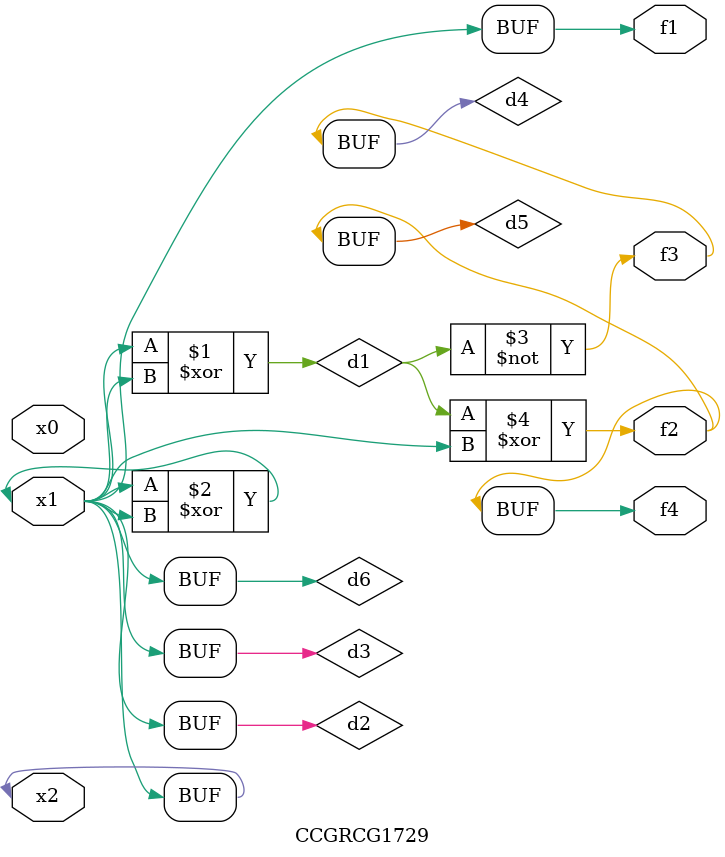
<source format=v>
module CCGRCG1729(
	input x0, x1, x2,
	output f1, f2, f3, f4
);

	wire d1, d2, d3, d4, d5, d6;

	xor (d1, x1, x2);
	buf (d2, x1, x2);
	xor (d3, x1, x2);
	nor (d4, d1);
	xor (d5, d1, d2);
	buf (d6, d2, d3);
	assign f1 = d6;
	assign f2 = d5;
	assign f3 = d4;
	assign f4 = d5;
endmodule

</source>
